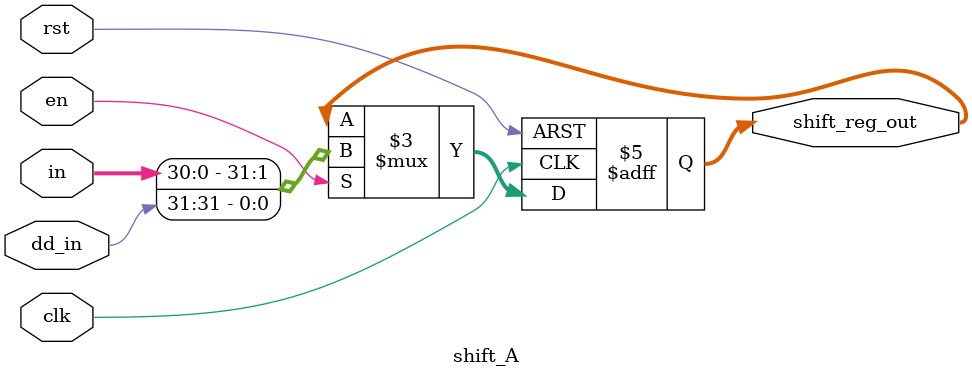
<source format=sv>
module shift_A(input logic clk, input logic rst, input logic en, input logic [31:0] in, input logic [31:0] dd_in,
output logic [31:0] shift_reg_out);
always_ff@(posedge clk, negedge rst) begin
    if (~rst) begin
        shift_reg_out <= 32'b0;
    end else if (en) begin
        shift_reg_out <= {in[30:0],dd_in[31]};
    end
end
endmodule
</source>
